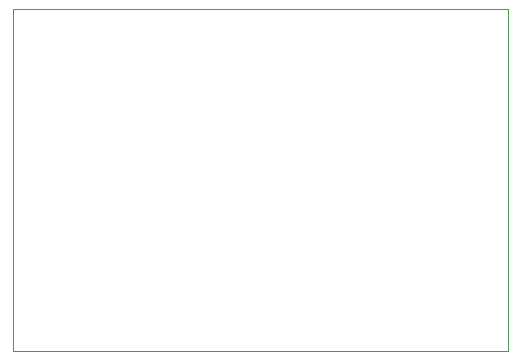
<source format=gbr>
%TF.GenerationSoftware,KiCad,Pcbnew,(5.1.6)-1*%
%TF.CreationDate,2020-09-25T13:44:17-07:00*%
%TF.ProjectId,555Timer,35353554-696d-4657-922e-6b696361645f,rev?*%
%TF.SameCoordinates,Original*%
%TF.FileFunction,Profile,NP*%
%FSLAX46Y46*%
G04 Gerber Fmt 4.6, Leading zero omitted, Abs format (unit mm)*
G04 Created by KiCad (PCBNEW (5.1.6)-1) date 2020-09-25 13:44:17*
%MOMM*%
%LPD*%
G01*
G04 APERTURE LIST*
%TA.AperFunction,Profile*%
%ADD10C,0.050000*%
%TD*%
G04 APERTURE END LIST*
D10*
X115824000Y-64262000D02*
X157734000Y-64262000D01*
X115824000Y-93218000D02*
X115824000Y-64262000D01*
X157734000Y-93218000D02*
X115824000Y-93218000D01*
X157734000Y-64262000D02*
X157734000Y-93218000D01*
M02*

</source>
